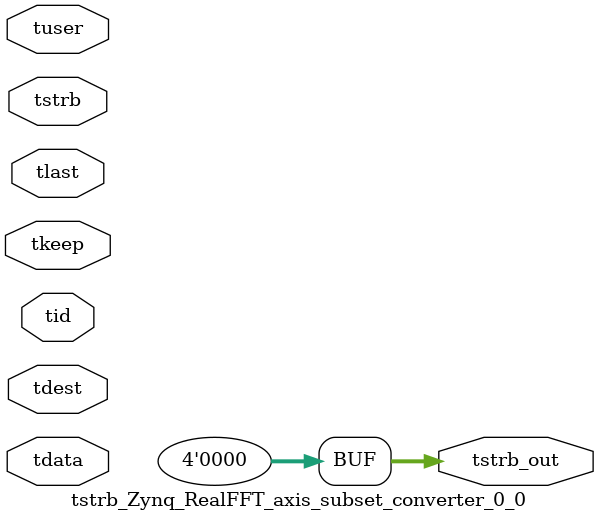
<source format=v>


`timescale 1ps/1ps

module tstrb_Zynq_RealFFT_axis_subset_converter_0_0 #
(
parameter C_S_AXIS_TDATA_WIDTH = 32,
parameter C_S_AXIS_TUSER_WIDTH = 0,
parameter C_S_AXIS_TID_WIDTH   = 0,
parameter C_S_AXIS_TDEST_WIDTH = 0,
parameter C_M_AXIS_TDATA_WIDTH = 32
)
(
input  [(C_S_AXIS_TDATA_WIDTH == 0 ? 1 : C_S_AXIS_TDATA_WIDTH)-1:0     ] tdata,
input  [(C_S_AXIS_TUSER_WIDTH == 0 ? 1 : C_S_AXIS_TUSER_WIDTH)-1:0     ] tuser,
input  [(C_S_AXIS_TID_WIDTH   == 0 ? 1 : C_S_AXIS_TID_WIDTH)-1:0       ] tid,
input  [(C_S_AXIS_TDEST_WIDTH == 0 ? 1 : C_S_AXIS_TDEST_WIDTH)-1:0     ] tdest,
input  [(C_S_AXIS_TDATA_WIDTH/8)-1:0 ] tkeep,
input  [(C_S_AXIS_TDATA_WIDTH/8)-1:0 ] tstrb,
input                                                                    tlast,
output [(C_M_AXIS_TDATA_WIDTH/8)-1:0 ] tstrb_out
);

assign tstrb_out = {1'b0};

endmodule


</source>
